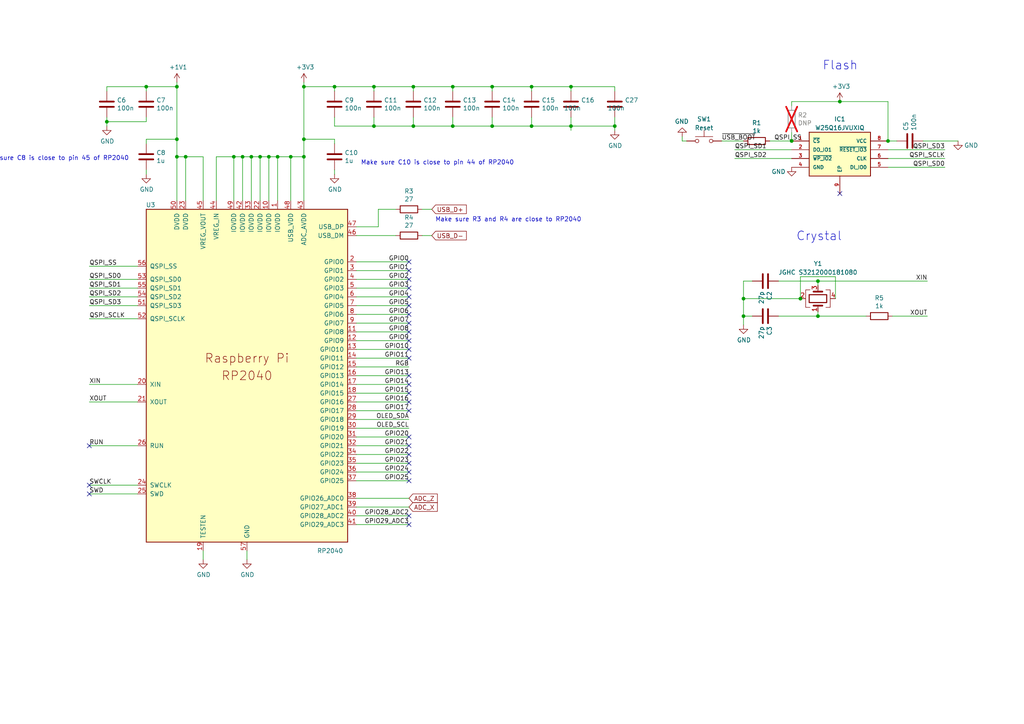
<source format=kicad_sch>
(kicad_sch (version 20230121) (generator eeschema)
  (paper "A4")
  (lib_symbols
    (symbol "Device:C" (pin_numbers hide) (pin_names (offset 0.254))
      (property "Reference" "C" (at 0.635 2.54 0))
      (property "Value" "C" (at 0.635 -2.54 0))
      (symbol "C_0_1"
        (polyline (pts (xy -2.032 -0.762) (xy 2.032 -0.762)) (stroke (width 0.508)))
        (polyline (pts (xy -2.032 0.762) (xy 2.032 0.762)) (stroke (width 0.508)))
      )
      (symbol "C_1_1"
        (pin passive line (at 0 3.81 270) (length 2.794) (name "~") (number "1"))
        (pin passive line (at 0 -3.81 90) (length 2.794) (name "~") (number "2"))
      )
    )
    (symbol "Device:Crystal_GND24" (pin_names (offset 1.016) hide)
      (property "Reference" "Y" (at 3.175 5.08 0))
      (property "Value" "Crystal_GND24" (at 3.175 3.175 0))
      (symbol "Crystal_GND24_0_1"
        (rectangle (start -1.143 2.54) (end 1.143 -2.54) (stroke (width 0.3048)))
        (polyline (pts (xy -2.54 0) (xy -2.032 0)))
        (polyline (pts (xy -2.032 -1.27) (xy -2.032 1.27)) (stroke (width 0.508)))
        (polyline (pts (xy 0 -3.81) (xy 0 -3.556)))
        (polyline (pts (xy 0 3.556) (xy 0 3.81)))
        (polyline (pts (xy 2.032 -1.27) (xy 2.032 1.27)) (stroke (width 0.508)))
        (polyline (pts (xy 2.032 0) (xy 2.54 0)))
        (polyline (pts (xy -2.54 -2.286) (xy -2.54 -3.556) (xy 2.54 -3.556) (xy 2.54 -2.286)))
        (polyline (pts (xy -2.54 2.286) (xy -2.54 3.556) (xy 2.54 3.556) (xy 2.54 2.286)))
      )
      (symbol "Crystal_GND24_1_1"
        (pin passive line (at -3.81 0 0) (length 1.27) (name "1") (number "1"))
        (pin passive line (at 0 5.08 270) (length 1.27) (name "2") (number "2"))
        (pin passive line (at 3.81 0 180) (length 1.27) (name "3") (number "3"))
        (pin passive line (at 0 -5.08 90) (length 1.27) (name "4") (number "4"))
      )
    )
    (symbol "Device:R" (pin_numbers hide) (pin_names (offset 0))
      (property "Reference" "R" (at 2.032 0 90))
      (property "Value" "R" (at 0 0 90))
      (symbol "R_0_1"
        (rectangle (start -1.016 -2.54) (end 1.016 2.54) (stroke (width 0.254)))
      )
      (symbol "R_1_1"
        (pin passive line (at 0 3.81 270) (length 1.27) (name "~") (number "1"))
        (pin passive line (at 0 -3.81 90) (length 1.27) (name "~") (number "2"))
      )
    )
    (symbol "MCU_RaspberryPi_RP2040:RP2040" (pin_names (offset 1.016))
      (property "Reference" "U" (at -29.21 49.53 0))
      (property "Value" "RP2040" (at 24.13 -49.53 0))
      (symbol "RP2040_0_0"
        (text "Raspberry Pi" (at 0 5.08 0) (effects (font (size 2.54 2.54))))
        (text "RP2040" (at 0 0 0) (effects (font (size 2.54 2.54))))
      )
      (symbol "RP2040_0_1"
        (rectangle (start 29.21 48.26) (end -29.21 -48.26) (stroke (width 0.254)) (fill (type background)))
      )
      (symbol "RP2040_1_1"
        (pin power_in line (at 8.89 50.8 270) (length 2.54) (name "IOVDD") (number "1"))
        (pin power_in line (at 6.35 50.8 270) (length 2.54) (name "IOVDD") (number "10"))
        (pin bidirectional line (at 31.75 12.7 180) (length 2.54) (name "GPIO8") (number "11"))
        (pin bidirectional line (at 31.75 10.16 180) (length 2.54) (name "GPIO9") (number "12"))
        (pin bidirectional line (at 31.75 7.62 180) (length 2.54) (name "GPIO10") (number "13"))
        (pin bidirectional line (at 31.75 5.08 180) (length 2.54) (name "GPIO11") (number "14"))
        (pin bidirectional line (at 31.75 2.54 180) (length 2.54) (name "GPIO12") (number "15"))
        (pin bidirectional line (at 31.75 0 180) (length 2.54) (name "GPIO13") (number "16"))
        (pin bidirectional line (at 31.75 -2.54 180) (length 2.54) (name "GPIO14") (number "17"))
        (pin bidirectional line (at 31.75 -5.08 180) (length 2.54) (name "GPIO15") (number "18"))
        (pin passive line (at -12.7 -50.8 90) (length 2.54) (name "TESTEN") (number "19"))
        (pin bidirectional line (at 31.75 33.02 180) (length 2.54) (name "GPIO0") (number "2"))
        (pin input line (at -31.75 -2.54 0) (length 2.54) (name "XIN") (number "20"))
        (pin passive line (at -31.75 -7.62 0) (length 2.54) (name "XOUT") (number "21"))
        (pin power_in line (at 3.81 50.8 270) (length 2.54) (name "IOVDD") (number "22"))
        (pin power_in line (at -17.78 50.8 270) (length 2.54) (name "DVDD") (number "23"))
        (pin output line (at -31.75 -31.75 0) (length 2.54) (name "SWCLK") (number "24"))
        (pin bidirectional line (at -31.75 -34.29 0) (length 2.54) (name "SWD") (number "25"))
        (pin input line (at -31.75 -20.32 0) (length 2.54) (name "RUN") (number "26"))
        (pin bidirectional line (at 31.75 -7.62 180) (length 2.54) (name "GPIO16") (number "27"))
        (pin bidirectional line (at 31.75 -10.16 180) (length 2.54) (name "GPIO17") (number "28"))
        (pin bidirectional line (at 31.75 -12.7 180) (length 2.54) (name "GPIO18") (number "29"))
        (pin bidirectional line (at 31.75 30.48 180) (length 2.54) (name "GPIO1") (number "3"))
        (pin bidirectional line (at 31.75 -15.24 180) (length 2.54) (name "GPIO19") (number "30"))
        (pin bidirectional line (at 31.75 -17.78 180) (length 2.54) (name "GPIO20") (number "31"))
        (pin bidirectional line (at 31.75 -20.32 180) (length 2.54) (name "GPIO21") (number "32"))
        (pin power_in line (at 1.27 50.8 270) (length 2.54) (name "IOVDD") (number "33"))
        (pin bidirectional line (at 31.75 -22.86 180) (length 2.54) (name "GPIO22") (number "34"))
        (pin bidirectional line (at 31.75 -25.4 180) (length 2.54) (name "GPIO23") (number "35"))
        (pin bidirectional line (at 31.75 -27.94 180) (length 2.54) (name "GPIO24") (number "36"))
        (pin bidirectional line (at 31.75 -30.48 180) (length 2.54) (name "GPIO25") (number "37"))
        (pin bidirectional line (at 31.75 -35.56 180) (length 2.54) (name "GPIO26_ADC0") (number "38"))
        (pin bidirectional line (at 31.75 -38.1 180) (length 2.54) (name "GPIO27_ADC1") (number "39"))
        (pin bidirectional line (at 31.75 27.94 180) (length 2.54) (name "GPIO2") (number "4"))
        (pin bidirectional line (at 31.75 -40.64 180) (length 2.54) (name "GPIO28_ADC2") (number "40"))
        (pin bidirectional line (at 31.75 -43.18 180) (length 2.54) (name "GPIO29_ADC3") (number "41"))
        (pin power_in line (at -1.27 50.8 270) (length 2.54) (name "IOVDD") (number "42"))
        (pin power_in line (at 16.51 50.8 270) (length 2.54) (name "ADC_AVDD") (number "43"))
        (pin power_in line (at -8.89 50.8 270) (length 2.54) (name "VREG_IN") (number "44"))
        (pin power_out line (at -12.7 50.8 270) (length 2.54) (name "VREG_VOUT") (number "45"))
        (pin bidirectional line (at 31.75 40.64 180) (length 2.54) (name "USB_DM") (number "46"))
        (pin bidirectional line (at 31.75 43.18 180) (length 2.54) (name "USB_DP") (number "47"))
        (pin power_in line (at 12.7 50.8 270) (length 2.54) (name "USB_VDD") (number "48"))
        (pin power_in line (at -3.81 50.8 270) (length 2.54) (name "IOVDD") (number "49"))
        (pin bidirectional line (at 31.75 25.4 180) (length 2.54) (name "GPIO3") (number "5"))
        (pin power_in line (at -20.32 50.8 270) (length 2.54) (name "DVDD") (number "50"))
        (pin bidirectional line (at -31.75 20.32 0) (length 2.54) (name "QSPI_SD3") (number "51"))
        (pin output line (at -31.75 16.51 0) (length 2.54) (name "QSPI_SCLK") (number "52"))
        (pin bidirectional line (at -31.75 27.94 0) (length 2.54) (name "QSPI_SD0") (number "53"))
        (pin bidirectional line (at -31.75 22.86 0) (length 2.54) (name "QSPI_SD2") (number "54"))
        (pin bidirectional line (at -31.75 25.4 0) (length 2.54) (name "QSPI_SD1") (number "55"))
        (pin bidirectional line (at -31.75 31.75 0) (length 2.54) (name "QSPI_SS") (number "56"))
        (pin power_in line (at 0 -50.8 90) (length 2.54) (name "GND") (number "57"))
        (pin bidirectional line (at 31.75 22.86 180) (length 2.54) (name "GPIO4") (number "6"))
        (pin bidirectional line (at 31.75 20.32 180) (length 2.54) (name "GPIO5") (number "7"))
        (pin bidirectional line (at 31.75 17.78 180) (length 2.54) (name "GPIO6") (number "8"))
        (pin bidirectional line (at 31.75 15.24 180) (length 2.54) (name "GPIO7") (number "9"))
      )
    )
    (symbol "Switch:SW_Push" (pin_numbers hide) (pin_names (offset 1.016) hide)
      (property "Reference" "SW" (at 1.27 2.54 0))
      (property "Value" "SW_Push" (at 0 -1.524 0))
      (symbol "SW_Push_0_1"
        (circle (center -2.032 0) (radius 0.508))
        (polyline (pts (xy 0 1.27) (xy 0 3.048)))
        (polyline (pts (xy 2.54 1.27) (xy -2.54 1.27)))
        (circle (center 2.032 0) (radius 0.508))
        (pin passive line (at -5.08 0 0) (length 2.54) (name "1") (number "1"))
        (pin passive line (at 5.08 0 180) (length 2.54) (name "2") (number "2"))
      )
    )
    (symbol "W25Q16JVUXIQ:W25Q16JVUXIQ" (pin_names (offset 1.016))
      (property "Reference" "IC1" (at 27.94 6.35 0))
      (property "Value" "W25Q16JVUXIQ" (at 27.94 3.81 0))
      (symbol "W25Q16JVUXIQ_0_0"
        (rectangle (start 19.05 2.54) (end 36.83 -10.16) (stroke (width 0.254)) (fill (type background)))
        (pin bidirectional line (at 13.97 0 0) (length 5.08) (name "~{CS}") (number "1"))
        (pin bidirectional line (at 13.97 -7.62 0) (length 5.08) (name "GND") (number "4"))
        (pin bidirectional line (at 41.91 -5.08 180) (length 5.08) (name "CLK") (number "6"))
        (pin bidirectional line (at 41.91 0 180) (length 5.08) (name "VCC") (number "8"))
        (pin bidirectional line (at 27.94 -15.24 90) (length 5.08) (name "EP") (number "9"))
      )
      (symbol "W25Q16JVUXIQ_1_0"
        (pin bidirectional line (at 13.97 -2.54 0) (length 5.08) (name "DO_IO1") (number "2"))
        (pin bidirectional line (at 13.97 -5.08 0) (length 5.08) (name "~{WP_IO2}") (number "3"))
        (pin bidirectional line (at 41.91 -7.62 180) (length 5.08) (name "DI_IO0") (number "5"))
        (pin bidirectional line (at 41.91 -2.54 180) (length 5.08) (name "~{RESET_IO3}") (number "7"))
      )
    )
    (symbol "power:+1V1" (power) (pin_names (offset 0))
      (property "Value" "+1V1" (at 0 3.556 0))
      (symbol "+1V1_0_1"
        (polyline (pts (xy -0.762 1.27) (xy 0 2.54)))
        (polyline (pts (xy 0 0) (xy 0 2.54)))
        (polyline (pts (xy 0 2.54) (xy 0.762 1.27)))
      )
      (symbol "+1V1_1_1"
        (pin power_in line (at 0 0 90) (length 0) hide (name "+1V1") (number "1"))
      )
    )
    (symbol "power:+3V3" (power) (pin_names (offset 0))
      (property "Value" "+3V3" (at 0 3.556 0))
      (symbol "+3V3_0_1"
        (polyline (pts (xy -0.762 1.27) (xy 0 2.54)))
        (polyline (pts (xy 0 0) (xy 0 2.54)))
        (polyline (pts (xy 0 2.54) (xy 0.762 1.27)))
      )
      (symbol "+3V3_1_1"
        (pin power_in line (at 0 0 90) (length 0) hide (name "+3V3") (number "1"))
      )
    )
    (symbol "power:GND" (power) (pin_names (offset 0))
      (property "Value" "GND" (at 0 -3.81 0))
      (symbol "GND_0_1"
        (polyline (pts (xy 0 0) (xy 0 -1.27) (xy 1.27 -1.27) (xy 0 -2.54) (xy -1.27 -1.27) (xy 0 -1.27)))
      )
      (symbol "GND_1_1"
        (pin power_in line (at 0 0 270) (length 0) hide (name "GND") (number "1"))
      )
    )
  )
  (junction (at 178.308 36.576))
  (junction (at 88.138 40.386))
  (junction (at 119.888 25.146))
  (junction (at 84.328 45.466))
  (junction (at 42.418 25.146))
  (junction (at 67.818 45.466))
  (junction (at 51.308 45.466))
  (junction (at 257.556 40.894))
  (junction (at 142.748 36.576))
  (junction (at 229.616 40.894))
  (junction (at 237.236 81.534))
  (junction (at 165.608 25.146))
  (junction (at 51.308 25.146))
  (junction (at 215.646 86.614))
  (junction (at 77.978 45.466))
  (junction (at 72.898 45.466))
  (junction (at 243.586 29.464))
  (junction (at 142.748 25.146))
  (junction (at 80.518 45.466))
  (junction (at 215.646 91.694))
  (junction (at 88.138 25.146))
  (junction (at 108.458 25.146))
  (junction (at 53.848 45.466))
  (junction (at 165.608 36.576))
  (junction (at 131.318 36.576))
  (junction (at 154.178 25.146))
  (junction (at 232.156 86.614))
  (junction (at 75.438 45.466))
  (junction (at 131.318 25.146))
  (junction (at 88.138 45.466))
  (junction (at 237.236 91.694))
  (junction (at 108.458 36.576))
  (junction (at 119.888 36.576))
  (junction (at 97.028 25.146))
  (junction (at 70.358 45.466))
  (junction (at 51.308 40.386))
  (junction (at 154.178 36.576))
  (junction (at 30.988 35.306))
  (no_connect (at 118.618 78.486))
  (no_connect (at 118.618 83.566))
  (no_connect (at 118.618 152.146))
  (no_connect (at 118.618 96.266))
  (no_connect (at 118.618 81.026))
  (no_connect (at 118.618 86.106))
  (no_connect (at 118.618 108.966))
  (no_connect (at 118.618 91.186))
  (no_connect (at 118.618 136.906))
  (no_connect (at 118.618 116.586))
  (no_connect (at 118.618 126.746))
  (no_connect (at 118.618 129.286))
  (no_connect (at 118.618 103.886))
  (no_connect (at 118.618 93.726))
  (no_connect (at 25.908 129.286))
  (no_connect (at 118.618 149.606))
  (no_connect (at 243.586 56.134))
  (no_connect (at 118.618 101.346))
  (no_connect (at 118.618 119.126))
  (no_connect (at 118.618 111.506))
  (no_connect (at 118.618 131.826))
  (no_connect (at 25.908 140.716))
  (no_connect (at 118.618 98.806))
  (no_connect (at 25.908 143.256))
  (no_connect (at 118.618 139.446))
  (no_connect (at 118.618 75.946))
  (no_connect (at 118.618 134.366))
  (no_connect (at 118.618 114.046))
  (no_connect (at 118.618 88.646))
  (wire (pts (xy 215.646 86.614) (xy 215.646 91.694)))
  (wire (pts (xy 154.178 26.416) (xy 154.178 25.146)))
  (wire (pts (xy 103.378 134.366) (xy 118.618 134.366)))
  (wire (pts (xy 103.378 83.566) (xy 118.618 83.566)))
  (wire (pts (xy 229.616 43.434) (xy 213.106 43.434)))
  (wire (pts (xy 103.378 81.026) (xy 118.618 81.026)))
  (wire (pts (xy 108.458 26.416) (xy 108.458 25.146)))
  (wire (pts (xy 215.646 91.694) (xy 215.646 94.234)))
  (wire (pts (xy 39.878 77.216) (xy 25.908 77.216)))
  (wire (pts (xy 51.308 25.146) (xy 51.308 40.386)))
  (wire (pts (xy 25.908 86.106) (xy 39.878 86.106)))
  (wire (pts (xy 165.608 26.416) (xy 165.608 25.146)))
  (wire (pts (xy 178.308 26.416) (xy 178.308 25.146)))
  (wire (pts (xy 80.518 45.466) (xy 84.328 45.466)))
  (wire (pts (xy 39.878 143.256) (xy 25.908 143.256)))
  (wire (pts (xy 88.138 25.146) (xy 88.138 40.386)))
  (wire (pts (xy 108.458 36.576) (xy 97.028 36.576)))
  (wire (pts (xy 103.378 131.826) (xy 118.618 131.826)))
  (wire (pts (xy 103.378 116.586) (xy 118.618 116.586)))
  (wire (pts (xy 199.136 40.894) (xy 197.866 40.894)))
  (wire (pts (xy 229.616 45.974) (xy 213.106 45.974)))
  (wire (pts (xy 257.556 48.514) (xy 274.066 48.514)))
  (wire (pts (xy 215.646 40.894) (xy 209.296 40.894)))
  (wire (pts (xy 97.028 41.656) (xy 97.028 40.386)))
  (wire (pts (xy 103.378 88.646) (xy 118.618 88.646)))
  (wire (pts (xy 118.618 144.526) (xy 103.378 144.526)))
  (wire (pts (xy 42.418 41.656) (xy 42.418 40.386)))
  (wire (pts (xy 97.028 25.146) (xy 108.458 25.146)))
  (wire (pts (xy 142.748 34.036) (xy 142.748 36.576)))
  (wire (pts (xy 131.318 34.036) (xy 131.318 36.576)))
  (wire (pts (xy 103.378 126.746) (xy 118.618 126.746)))
  (wire (pts (xy 242.316 86.614) (xy 242.316 80.264)))
  (wire (pts (xy 165.608 25.146) (xy 178.308 25.146)))
  (wire (pts (xy 237.236 90.424) (xy 237.236 91.694)))
  (wire (pts (xy 88.138 25.146) (xy 97.028 25.146)))
  (wire (pts (xy 103.378 129.286) (xy 118.618 129.286)))
  (wire (pts (xy 88.138 23.876) (xy 88.138 25.146)))
  (wire (pts (xy 103.378 75.946) (xy 118.618 75.946)))
  (wire (pts (xy 70.358 45.466) (xy 72.898 45.466)))
  (wire (pts (xy 215.646 81.534) (xy 215.646 86.614)))
  (wire (pts (xy 103.378 121.666) (xy 118.618 121.666)))
  (wire (pts (xy 131.318 36.576) (xy 119.888 36.576)))
  (wire (pts (xy 131.318 26.416) (xy 131.318 25.146)))
  (wire (pts (xy 165.608 36.576) (xy 178.308 36.576)))
  (wire (pts (xy 103.378 91.186) (xy 118.618 91.186)))
  (wire (pts (xy 42.418 40.386) (xy 51.308 40.386)))
  (wire (pts (xy 178.308 36.576) (xy 178.308 37.846)))
  (wire (pts (xy 58.928 58.166) (xy 58.928 45.466)))
  (wire (pts (xy 122.428 60.706) (xy 125.222 60.706)))
  (wire (pts (xy 62.738 45.466) (xy 67.818 45.466)))
  (wire (pts (xy 109.728 60.706) (xy 109.728 65.786)))
  (wire (pts (xy 103.378 139.446) (xy 118.618 139.446)))
  (wire (pts (xy 237.236 91.694) (xy 251.206 91.694)))
  (wire (pts (xy 223.266 40.894) (xy 229.616 40.894)))
  (wire (pts (xy 103.378 136.906) (xy 118.618 136.906)))
  (wire (pts (xy 42.418 49.276) (xy 42.418 50.546)))
  (wire (pts (xy 53.848 45.466) (xy 51.308 45.466)))
  (wire (pts (xy 103.378 93.726) (xy 118.618 93.726)))
  (wire (pts (xy 58.928 159.766) (xy 58.928 162.306)))
  (wire (pts (xy 142.748 25.146) (xy 154.178 25.146)))
  (wire (pts (xy 103.378 108.966) (xy 118.618 108.966)))
  (wire (pts (xy 42.418 25.146) (xy 51.308 25.146)))
  (wire (pts (xy 62.738 58.166) (xy 62.738 45.466)))
  (wire (pts (xy 218.186 81.534) (xy 215.646 81.534)))
  (wire (pts (xy 25.908 81.026) (xy 39.878 81.026)))
  (wire (pts (xy 88.138 45.466) (xy 88.138 58.166)))
  (wire (pts (xy 218.186 91.694) (xy 215.646 91.694)))
  (wire (pts (xy 70.358 58.166) (xy 70.358 45.466)))
  (wire (pts (xy 53.848 58.166) (xy 53.848 45.466)))
  (wire (pts (xy 165.608 36.576) (xy 165.608 37.846)))
  (wire (pts (xy 25.908 88.646) (xy 39.878 88.646)))
  (wire (pts (xy 131.318 25.146) (xy 142.748 25.146)))
  (wire (pts (xy 122.428 68.326) (xy 125.222 68.326)))
  (wire (pts (xy 103.378 68.326) (xy 114.808 68.326)))
  (wire (pts (xy 229.616 29.464) (xy 229.616 30.734)))
  (wire (pts (xy 88.138 40.386) (xy 97.028 40.386)))
  (wire (pts (xy 103.378 65.786) (xy 109.728 65.786)))
  (wire (pts (xy 229.616 38.354) (xy 229.616 40.894)))
  (wire (pts (xy 39.878 129.286) (xy 25.908 129.286)))
  (wire (pts (xy 97.028 34.036) (xy 97.028 36.576)))
  (wire (pts (xy 39.878 116.586) (xy 25.908 116.586)))
  (wire (pts (xy 108.458 25.146) (xy 119.888 25.146)))
  (wire (pts (xy 257.556 43.434) (xy 274.066 43.434)))
  (wire (pts (xy 84.328 45.466) (xy 88.138 45.466)))
  (wire (pts (xy 67.818 58.166) (xy 67.818 45.466)))
  (wire (pts (xy 225.806 91.694) (xy 237.236 91.694)))
  (wire (pts (xy 77.978 58.166) (xy 77.978 45.466)))
  (wire (pts (xy 30.988 26.416) (xy 30.988 25.146)))
  (wire (pts (xy 88.138 40.386) (xy 88.138 45.466)))
  (wire (pts (xy 103.378 86.106) (xy 118.618 86.106)))
  (wire (pts (xy 119.888 25.146) (xy 131.318 25.146)))
  (wire (pts (xy 97.028 49.276) (xy 97.028 50.546)))
  (wire (pts (xy 154.178 36.576) (xy 142.748 36.576)))
  (wire (pts (xy 39.878 92.456) (xy 25.908 92.456)))
  (wire (pts (xy 103.378 106.426) (xy 118.618 106.426)))
  (wire (pts (xy 154.178 25.146) (xy 165.608 25.146)))
  (wire (pts (xy 165.608 34.036) (xy 165.608 36.576)))
  (wire (pts (xy 39.878 140.716) (xy 25.908 140.716)))
  (wire (pts (xy 30.988 25.146) (xy 42.418 25.146)))
  (wire (pts (xy 75.438 45.466) (xy 77.978 45.466)))
  (wire (pts (xy 103.378 149.606) (xy 118.618 149.606)))
  (wire (pts (xy 103.378 101.346) (xy 118.618 101.346)))
  (wire (pts (xy 58.928 45.466) (xy 53.848 45.466)))
  (wire (pts (xy 103.378 114.046) (xy 118.618 114.046)))
  (wire (pts (xy 42.418 26.416) (xy 42.418 25.146)))
  (wire (pts (xy 103.378 152.146) (xy 118.618 152.146)))
  (wire (pts (xy 109.728 60.706) (xy 114.808 60.706)))
  (wire (pts (xy 229.616 29.464) (xy 243.586 29.464)))
  (wire (pts (xy 51.308 23.876) (xy 51.308 25.146)))
  (wire (pts (xy 142.748 36.576) (xy 131.318 36.576)))
  (wire (pts (xy 215.646 86.614) (xy 232.156 86.614)))
  (wire (pts (xy 71.628 159.766) (xy 71.628 162.306)))
  (wire (pts (xy 67.818 45.466) (xy 70.358 45.466)))
  (wire (pts (xy 97.028 26.416) (xy 97.028 25.146)))
  (wire (pts (xy 30.988 34.036) (xy 30.988 35.306)))
  (wire (pts (xy 25.908 83.566) (xy 39.878 83.566)))
  (wire (pts (xy 25.908 111.506) (xy 39.878 111.506)))
  (wire (pts (xy 274.066 45.974) (xy 257.556 45.974)))
  (wire (pts (xy 258.826 91.694) (xy 268.986 91.694)))
  (wire (pts (xy 232.156 80.264) (xy 232.156 86.614)))
  (wire (pts (xy 118.618 147.066) (xy 103.378 147.066)))
  (wire (pts (xy 119.888 36.576) (xy 108.458 36.576)))
  (wire (pts (xy 119.888 26.416) (xy 119.888 25.146)))
  (wire (pts (xy 225.806 81.534) (xy 237.236 81.534)))
  (wire (pts (xy 103.378 103.886) (xy 118.618 103.886)))
  (wire (pts (xy 178.308 34.036) (xy 178.308 36.576)))
  (wire (pts (xy 108.458 34.036) (xy 108.458 36.576)))
  (wire (pts (xy 42.418 35.306) (xy 42.418 34.036)))
  (wire (pts (xy 237.236 82.804) (xy 237.236 81.534)))
  (wire (pts (xy 260.096 40.894) (xy 257.556 40.894)))
  (wire (pts (xy 142.748 26.416) (xy 142.748 25.146)))
  (wire (pts (xy 80.518 45.466) (xy 80.518 58.166)))
  (wire (pts (xy 72.898 58.166) (xy 72.898 45.466)))
  (wire (pts (xy 77.978 45.466) (xy 80.518 45.466)))
  (wire (pts (xy 51.308 40.386) (xy 51.308 45.466)))
  (wire (pts (xy 257.556 29.464) (xy 257.556 40.894)))
  (wire (pts (xy 103.378 78.486) (xy 118.618 78.486)))
  (wire (pts (xy 119.888 34.036) (xy 119.888 36.576)))
  (wire (pts (xy 72.898 45.466) (xy 75.438 45.466)))
  (wire (pts (xy 103.378 119.126) (xy 118.618 119.126)))
  (wire (pts (xy 197.866 40.894) (xy 197.866 39.624)))
  (wire (pts (xy 154.178 36.576) (xy 165.608 36.576)))
  (wire (pts (xy 51.308 45.466) (xy 51.308 58.166)))
  (wire (pts (xy 103.378 124.206) (xy 118.618 124.206)))
  (wire (pts (xy 84.328 58.166) (xy 84.328 45.466)))
  (wire (pts (xy 103.378 96.266) (xy 118.618 96.266)))
  (wire (pts (xy 103.378 98.806) (xy 118.618 98.806)))
  (wire (pts (xy 277.876 40.894) (xy 267.716 40.894)))
  (wire (pts (xy 243.586 29.464) (xy 257.556 29.464)))
  (wire (pts (xy 30.988 35.306) (xy 42.418 35.306)))
  (wire (pts (xy 154.178 34.036) (xy 154.178 36.576)))
  (wire (pts (xy 30.988 35.306) (xy 30.988 36.576)))
  (wire (pts (xy 103.378 111.506) (xy 118.618 111.506)))
  (wire (pts (xy 242.316 80.264) (xy 232.156 80.264)))
  (wire (pts (xy 237.236 81.534) (xy 268.986 81.534)))
  (wire (pts (xy 75.438 58.166) (xy 75.438 45.466)))
  (text "Crystal" (at 230.886 70.104 0) (effects (font (size 2.54 2.54)) (justify left bottom)))
  (text "Make sure C10 is close to pin 44 of RP2040" (at 104.648 48.006 0) (effects (font (size 1.27 1.27)) (justify left bottom)))
  (text "Flash" (at 238.506 20.574 0) (effects (font (size 2.54 2.54)) (justify left bottom)))
  (text "Make sure C8 is close to pin 45 of RP2040" (at -5.842 46.736 0) (effects (font (size 1.27 1.27)) (justify left bottom)))
  (text "Make sure R3 and R4 are close to RP2040" (at 126.238 64.516 0) (effects (font (size 1.27 1.27)) (justify left bottom)))
  (label "QSPI_SD0" (at 274.066 48.514 180))
  (label "GPIO2" (at 118.618 81.026 180))
  (label "RUN" (at 25.908 129.286 0))
  (label "OLED_SCL" (at 118.618 124.206 180))
  (label "SWD" (at 25.908 143.256 0))
  (label "QSPI_SS" (at 25.908 77.216 0))
  (label "GPIO5" (at 118.618 88.646 180))
  (label "OLED_SDA" (at 118.618 121.666 180))
  (label "XIN" (at 25.908 111.506 0))
  (label "GPIO10" (at 118.618 101.346 180))
  (label "QSPI_SCLK" (at 25.908 92.456 0))
  (label "QSPI_SD1" (at 213.106 43.434 0))
  (label "GPIO13" (at 118.618 108.966 180))
  (label "GPIO15" (at 118.618 114.046 180))
  (label "GPIO1" (at 118.618 78.486 180))
  (label "GPIO24" (at 118.618 136.906 180))
  (label "QSPI_SCLK" (at 274.066 45.974 180))
  (label "GPIO11" (at 118.618 103.886 180))
  (label "GPIO4" (at 118.618 86.106 180))
  (label "~{USB_BOOT}" (at 209.296 40.894 0))
  (label "SWCLK" (at 25.908 140.716 0))
  (label "GPIO23" (at 118.618 134.366 180))
  (label "GPIO16" (at 118.618 116.586 180))
  (label "GPIO9" (at 118.618 98.806 180))
  (label "GPIO6" (at 118.618 91.186 180))
  (label "GPIO22" (at 118.618 131.826 180))
  (label "QSPI_SD0" (at 25.908 81.026 0))
  (label "GPIO3" (at 118.618 83.566 180))
  (label "XIN" (at 268.986 81.534 180))
  (label "GPIO8" (at 118.618 96.266 180))
  (label "RGB" (at 118.618 106.426 180))
  (label "QSPI_SS" (at 224.536 40.894 0))
  (label "QSPI_SD1" (at 25.908 83.566 0))
  (label "QSPI_SD2" (at 25.908 86.106 0))
  (label "GPIO0" (at 118.618 75.946 180))
  (label "GPIO17" (at 118.618 119.126 180))
  (label "GPIO20" (at 118.618 126.746 180))
  (label "QSPI_SD3" (at 274.066 43.434 180))
  (label "QSPI_SD2" (at 213.106 45.974 0))
  (label "GPIO28_ADC2" (at 118.618 149.606 180))
  (label "QSPI_SD3" (at 25.908 88.646 0))
  (label "GPIO21" (at 118.618 129.286 180))
  (label "XOUT" (at 25.908 116.586 0))
  (label "GPIO29_ADC3" (at 118.618 152.146 180))
  (label "XOUT" (at 268.986 91.694 180))
  (label "GPIO7" (at 118.618 93.726 180))
  (label "GPIO25" (at 118.618 139.446 180))
  (label "GPIO14" (at 118.618 111.506 180))
  (global_label "USB_D+" (shape input) (at 125.222 60.706 0) (property "Intersheetrefs" "${INTERSHEET_REFS}" (effects hide)))
  (global_label "ADC_Z" (shape input) (at 118.618 144.526 0) (property "Intersheetrefs" "${INTERSHEET_REFS}" (effects hide)))
  (global_label "USB_D-" (shape input) (at 125.222 68.326 0) (property "Intersheetrefs" "${INTERSHEET_REFS}" (effects hide)))
  (global_label "ADC_X" (shape input) (at 118.618 147.066 0) (property "Intersheetrefs" "${INTERSHEET_REFS}" (effects hide)))
  (symbol (lib_id "Device:R") (at 219.456 40.894 270) (unit 1)
    (property "Reference" "R1" (at 219.456 35.6362 90))
    (property "Value" "1k" (at 219.456 37.9476 90))
    (property "Footprint" "Resistor_SMD:R_0402_1005Metric" (effects hide))
    (property "Datasheet" "https://datasheet.lcsc.com/lcsc/2205311845_UNI-ROYAL-Uniroyal-Elec-0402WGJ0102TCE_C25543.pdf" (effects hide))
    (property "LCSC Part" "C25543" (effects hide))
    (property "LCSC" "C25543" (effects hide))
    (instances (project "MoonPad" (path "" (reference "R1") (unit 1))) (project "rescuetruck" (path "" (reference "R10") (unit 1))))
  )
  (symbol (lib_id "Switch:SW_Push") (at 204.216 40.894 0) (unit 1)
    (property "Reference" "SW1" (at 204.216 34.544 0))
    (property "Value" "Reset" (at 204.216 37.084 0))
    (property "Footprint" "Button_Switch_SMD:SW_SPST_TL3342" (effects hide))
    (property "Datasheet" "https://datasheet.lcsc.com/lcsc/1811051111_ALPSALPINE-SKQGABE010_C115351.pdf" (effects hide))
    (property "LCSC Part" "C115351" (effects hide))
    (property "LCSC" "C115351" (effects hide))
    (instances (project "MoonPad" (path "" (reference "SW1") (unit 1))) (project "rescuetruck" (path "" (reference "SW2") (unit 1))))
  )
  (symbol (lib_id "power:+3V3") (at 88.138 23.876 0) (unit 1)
    (property "Reference" "#PWR017" (effects hide))
    (property "Value" "+3V3" (at 88.519 19.4818 0))
    (instances (project "MoonPad" (path "" (reference "#PWR017") (unit 1))) (project "rescuetruck" (path "" (reference "#PWR02") (unit 1))))
  )
  (symbol (lib_id "power:GND") (at 229.616 48.514 0) (unit 1)
    (property "Reference" "#PWR08" (effects hide))
    (property "Value" "GND" (at 225.806 49.784 0))
    (instances (project "MoonPad" (path "" (reference "#PWR08") (unit 1))) (project "rescuetruck" (path "" (reference "#PWR013") (unit 1))))
  )
  (symbol (lib_id "power:+1V1") (at 51.308 23.876 0) (unit 1)
    (property "Reference" "#PWR014" (effects hide))
    (property "Value" "+1V1" (at 51.689 19.4818 0))
    (instances (project "MoonPad" (path "" (reference "#PWR014") (unit 1))) (project "rescuetruck" (path "" (reference "#PWR01") (unit 1))))
  )
  (symbol (lib_id "Device:R") (at 118.618 68.326 270) (unit 1)
    (property "Reference" "R4" (at 118.618 63.0682 90))
    (property "Value" "27" (at 118.618 65.3796 90))
    (property "Footprint" "Resistor_SMD:R_0402_1005Metric" (effects hide))
    (property "Datasheet" "https://datasheet.lcsc.com/lcsc/2205311900_UNI-ROYAL-Uniroyal-Elec-0402WGF270JTCE_C25100.pdf" (effects hide))
    (property "LCSC Part" "C25100" (effects hide))
    (property "LCSC" "C25100" (effects hide))
    (instances (project "MoonPad" (path "" (reference "R4") (unit 1))) (project "rescuetruck" (path "" (reference "R8") (unit 1))))
  )
  (symbol (lib_id "power:GND") (at 71.628 162.306 0) (unit 1)
    (property "Reference" "#PWR016" (effects hide))
    (property "Value" "GND" (at 71.755 166.7002 0))
    (instances (project "MoonPad" (path "" (reference "#PWR016") (unit 1))) (project "rescuetruck" (path "" (reference "#PWR09") (unit 1))))
  )
  (symbol (lib_id "Device:C") (at 97.028 30.226 0) (unit 1)
    (property "Reference" "C9" (at 99.949 29.0576 0) (effects (justify left)))
    (property "Value" "100n" (at 99.949 31.369 0) (effects (justify left)))
    (property "Footprint" "Capacitor_SMD:C_0402_1005Metric" (effects hide))
    (property "LCSC" "C1525" (effects hide))
    (instances (project "MoonPad" (path "" (reference "C9") (unit 1))) (project "rescuetruck" (path "" (reference "C12") (unit 1))))
  )
  (symbol (lib_id "W25Q16JVUXIQ:W25Q16JVUXIQ") (at 215.646 40.894 0) (unit 1)
    (property "Reference" "IC1" (at 243.586 34.544 0))
    (property "Value" "W25Q16JVUXIQ" (at 243.586 37.084 0))
    (property "Footprint" "Moonpad:SON50P300X200X60-9N" (effects hide))
    (property "Datasheet" "https://datasheet.lcsc.com/lcsc/2205122030_Winbond-Elec-W25Q16JVUXIQ_C2843335.pdf" (effects hide))
    (property "MANUFACTURER_NAME" "Winbond" (effects hide))
    (property "HEIGHT" "0.6mm" (effects hide))
    (property "DESCRIPTION" "SPIFLASH, 3V, 16M-BIT, 4KB UNIFO" (effects hide))
    (property "MANUFACTURER_PART_NUMBER" "W25Q16JVUXIQ" (effects hide))
    (property "LCSC Part" "C2843335" (effects hide))
    (property "LCSC" "C2843335" (effects hide))
  )
  (symbol (lib_id "MCU_RaspberryPi_RP2040:RP2040") (at 71.628 108.966 0) (unit 1)
    (property "Reference" "U3" (at 43.688 59.436 0))
    (property "Value" "RP2040" (at 95.758 159.766 0))
    (property "Footprint" "Moonpad:RP2040-QFN-56" (effects hide))
    (property "Datasheet" "https://datasheet.lcsc.com/lcsc/2201101600_Raspberry-Pi-RP2040_C2040.pdf" (effects hide))
    (property "LCSC Part" "C2040" (effects hide))
    (property "LCSC" "C2040" (effects hide))
  )
  (symbol (lib_id "power:GND") (at 277.876 40.894 0) (unit 1)
    (property "Reference" "#PWR011" (effects hide))
    (property "Value" "GND" (at 281.686 42.164 0))
    (instances (project "MoonPad" (path "" (reference "#PWR011") (unit 1))) (project "rescuetruck" (path "" (reference "#PWR012") (unit 1))))
  )
  (symbol (lib_id "Device:R") (at 255.016 91.694 270) (unit 1)
    (property "Reference" "R5" (at 255.016 86.4362 90))
    (property "Value" "1k" (at 255.016 88.7476 90))
    (property "Footprint" "Resistor_SMD:R_0402_1005Metric" (effects hide))
    (property "Datasheet" "https://datasheet.lcsc.com/lcsc/2205311845_UNI-ROYAL-Uniroyal-Elec-0402WGJ0102TCE_C25543.pdf" (effects hide))
    (property "LCSC Part" "C25543" (effects hide))
    (property "LCSC" "C25543" (effects hide))
    (instances (project "MoonPad" (path "" (reference "R5") (unit 1))) (project "rescuetruck" (path "" (reference "R11") (unit 1))))
  )
  (symbol (lib_id "Device:R") (at 229.616 34.544 0) (unit 1) (dnp yes)
    (property "Reference" "R2" (at 231.394 33.3756 0) (effects (justify left)))
    (property "Value" "DNP" (at 231.394 35.687 0) (effects (justify left)))
    (property "Footprint" "Capacitor_SMD:C_0402_1005Metric" (effects hide))
    (property "LCSC" "C25905" (effects hide))
    (instances (project "RP2040_minimal" (path "" (reference "R2") (unit 1))) (project "MoonPad" (path "" (reference "R9") (unit 1))) (project "rescuetruck" (path "" (reference "R9") (unit 1))))
  )
  (symbol (lib_id "Device:C") (at 221.996 91.694 270) (unit 1)
    (property "Reference" "C3" (at 223.1644 94.615 0) (effects (justify left)))
    (property "Value" "27p" (at 220.853 94.615 0) (effects (justify left)))
    (property "Footprint" "Capacitor_SMD:C_0402_1005Metric" (effects hide))
    (property "LCSC" "C86287" (effects hide))
    (instances (project "MoonPad" (path "" (reference "C3") (unit 1))) (project "rescuetruck" (path "" (reference "C24") (unit 1))))
  )
  (symbol (lib_id "Device:C") (at 154.178 30.226 0) (unit 1)
    (property "Reference" "C15" (at 157.099 29.0576 0) (effects (justify left)))
    (property "Value" "100n" (at 157.099 31.369 0) (effects (justify left)))
    (property "Footprint" "Capacitor_SMD:C_0402_1005Metric" (effects hide))
    (property "LCSC" "C1525" (effects hide))
    (instances (project "MoonPad" (path "" (reference "C15") (unit 1))) (project "rescuetruck" (path "" (reference "C17") (unit 1))))
  )
  (symbol (lib_id "power:GND") (at 42.418 50.546 0) (unit 1)
    (property "Reference" "#PWR013" (effects hide))
    (property "Value" "GND" (at 42.545 54.9402 0))
    (instances (project "MoonPad" (path "" (reference "#PWR013") (unit 1))) (project "rescuetruck" (path "" (reference "#PWR05") (unit 1))))
  )
  (symbol (lib_id "power:GND") (at 197.866 39.624 180) (unit 1)
    (property "Reference" "#PWR02" (effects hide))
    (property "Value" "GND" (at 197.739 35.2298 0))
    (instances (project "MoonPad" (path "" (reference "#PWR02") (unit 1))) (project "rescuetruck" (path "" (reference "#PWR011") (unit 1))))
  )
  (symbol (lib_id "Device:C") (at 263.906 40.894 90) (unit 1)
    (property "Reference" "C5" (at 262.7376 37.973 0) (effects (justify left)))
    (property "Value" "100n" (at 265.049 37.973 0) (effects (justify left)))
    (property "Footprint" "Capacitor_SMD:C_0402_1005Metric" (effects hide))
    (property "LCSC" "C1525" (effects hide))
    (instances (project "MoonPad" (path "" (reference "C5") (unit 1))) (project "rescuetruck" (path "" (reference "C22") (unit 1))))
  )
  (symbol (lib_id "Device:C") (at 142.748 30.226 0) (unit 1)
    (property "Reference" "C14" (at 145.669 29.0576 0) (effects (justify left)))
    (property "Value" "100n" (at 145.669 31.369 0) (effects (justify left)))
    (property "Footprint" "Capacitor_SMD:C_0402_1005Metric" (effects hide))
    (property "LCSC" "C1525" (effects hide))
    (instances (project "MoonPad" (path "" (reference "C14") (unit 1))) (project "rescuetruck" (path "" (reference "C16") (unit 1))))
  )
  (symbol (lib_id "Device:R") (at 118.618 60.706 270) (unit 1)
    (property "Reference" "R3" (at 118.618 55.4482 90))
    (property "Value" "27" (at 118.618 57.7596 90))
    (property "Footprint" "Resistor_SMD:R_0402_1005Metric" (effects hide))
    (property "Datasheet" "https://datasheet.lcsc.com/lcsc/2205311900_UNI-ROYAL-Uniroyal-Elec-0402WGF270JTCE_C25100.pdf" (effects hide))
    (property "LCSC Part" "C25100" (effects hide))
    (property "LCSC" "C25100" (effects hide))
    (instances (project "MoonPad" (path "" (reference "R3") (unit 1))) (project "rescuetruck" (path "" (reference "R7") (unit 1))))
  )
  (symbol (lib_id "power:GND") (at 30.988 36.576 0) (unit 1)
    (property "Reference" "#PWR012" (effects hide))
    (property "Value" "GND" (at 31.115 40.9702 0))
    (instances (project "MoonPad" (path "" (reference "#PWR012") (unit 1))) (project "rescuetruck" (path "" (reference "#PWR03") (unit 1))))
  )
  (symbol (lib_id "Device:C") (at 221.996 81.534 270) (unit 1)
    (property "Reference" "C2" (at 223.1644 84.455 0) (effects (justify left)))
    (property "Value" "27p" (at 220.853 84.455 0) (effects (justify left)))
    (property "Footprint" "Capacitor_SMD:C_0402_1005Metric" (effects hide))
    (property "LCSC" "C86287" (effects hide))
    (instances (project "MoonPad" (path "" (reference "C2") (unit 1))) (project "rescuetruck" (path "" (reference "C23") (unit 1))))
  )
  (symbol (lib_id "power:GND") (at 178.308 37.846 0) (unit 1)
    (property "Reference" "#PWR050" (effects hide))
    (property "Value" "GND" (at 178.435 42.2402 0))
    (instances (project "MoonPad" (path "" (reference "#PWR050") (unit 1))) (project "rescuetruck" (path "" (reference "#PWR04") (unit 1))))
  )
  (symbol (lib_id "Device:C") (at 42.418 30.226 0) (unit 1)
    (property "Reference" "C7" (at 45.339 29.0576 0) (effects (justify left)))
    (property "Value" "100n" (at 45.339 31.369 0) (effects (justify left)))
    (property "Footprint" "Capacitor_SMD:C_0402_1005Metric" (effects hide))
    (property "LCSC" "C1525" (effects hide))
    (instances (project "MoonPad" (path "" (reference "C7") (unit 1))) (project "rescuetruck" (path "" (reference "C11") (unit 1))))
  )
  (symbol (lib_id "Device:Crystal_GND24") (at 237.236 86.614 90) (unit 1)
    (property "Reference" "Y1" (at 237.236 76.454 90))
    (property "Value" "JGHC S3212000181080" (at 237.236 78.994 90))
    (property "Footprint" "Crystal:Crystal_SMD_3225-4Pin_3.2x2.5mm" (effects hide))
    (property "Datasheet" "https://datasheet.lcsc.com/lcsc/1912111437_JGHC-S3212000181080_C390764.pdf" (effects hide))
    (property "LCSC Part" "C390764" (effects hide))
    (property "LCSC" "C390764" (effects hide))
    (instances (project "MoonPad" (path "" (reference "Y1") (unit 1))) (project "rescuetruck" (path "" (reference "Y2") (unit 1))))
  )
  (symbol (lib_id "power:+3V3") (at 243.586 29.464 0) (unit 1)
    (property "Reference" "#PWR07" (effects hide))
    (property "Value" "+3V3" (at 243.967 25.0698 0))
    (instances (project "MoonPad" (path "" (reference "#PWR07") (unit 1))) (project "rescuetruck" (path "" (reference "#PWR010") (unit 1))))
  )
  (symbol (lib_id "Device:C") (at 30.988 30.226 0) (unit 1)
    (property "Reference" "C6" (at 33.909 29.0576 0) (effects (justify left)))
    (property "Value" "100n" (at 33.909 31.369 0) (effects (justify left)))
    (property "Footprint" "Capacitor_SMD:C_0402_1005Metric" (effects hide))
    (property "LCSC" "C1525" (effects hide))
    (instances (project "MoonPad" (path "" (reference "C6") (unit 1))) (project "rescuetruck" (path "" (reference "C10") (unit 1))))
  )
  (symbol (lib_id "Device:C") (at 97.028 45.466 0) (unit 1)
    (property "Reference" "C10" (at 99.949 44.2976 0) (effects (justify left)))
    (property "Value" "1u" (at 99.949 46.609 0) (effects (justify left)))
    (property "Footprint" "Capacitor_SMD:C_0402_1005Metric" (effects hide))
    (property "LCSC" "C52923" (effects hide))
    (instances (project "MoonPad" (path "" (reference "C10") (unit 1))) (project "rescuetruck" (path "" (reference "C21") (unit 1))))
  )
  (symbol (lib_id "power:GND") (at 215.646 94.234 0) (unit 1)
    (property "Reference" "#PWR06" (effects hide))
    (property "Value" "GND" (at 215.773 98.6282 0))
    (instances (project "MoonPad" (path "" (reference "#PWR06") (unit 1))) (project "rescuetruck" (path "" (reference "#PWR014") (unit 1))))
  )
  (symbol (lib_id "Device:C") (at 178.308 30.226 0) (unit 1)
    (property "Reference" "C27" (at 181.229 29.0576 0) (effects (justify left)))
    (property "Value" "100n" (at 181.229 31.369 0) (effects (justify right)))
    (property "Footprint" "Capacitor_SMD:C_0402_1005Metric" (effects hide))
    (property "LCSC" "C1525" (effects hide))
    (instances (project "MoonPad" (path "" (reference "C27") (unit 1))) (project "rescuetruck" (path "" (reference "C19") (unit 1))))
  )
  (symbol (lib_id "power:GND") (at 58.928 162.306 0) (unit 1)
    (property "Reference" "#PWR015" (effects hide))
    (property "Value" "GND" (at 59.055 166.7002 0))
    (instances (project "MoonPad" (path "" (reference "#PWR015") (unit 1))) (project "rescuetruck" (path "" (reference "#PWR08") (unit 1))))
  )
  (symbol (lib_id "Device:C") (at 131.318 30.226 0) (unit 1)
    (property "Reference" "C13" (at 134.239 29.0576 0) (effects (justify left)))
    (property "Value" "100n" (at 134.239 31.369 0) (effects (justify left)))
    (property "Footprint" "Capacitor_SMD:C_0402_1005Metric" (effects hide))
    (property "LCSC" "C1525" (effects hide))
    (instances (project "MoonPad" (path "" (reference "C13") (unit 1))) (project "rescuetruck" (path "" (reference "C15") (unit 1))))
  )
  (symbol (lib_id "Device:C") (at 119.888 30.226 0) (unit 1)
    (property "Reference" "C12" (at 122.809 29.0576 0) (effects (justify left)))
    (property "Value" "100n" (at 122.809 31.369 0) (effects (justify left)))
    (property "Footprint" "Capacitor_SMD:C_0402_1005Metric" (effects hide))
    (property "LCSC" "C1525" (effects hide))
    (instances (project "MoonPad" (path "" (reference "C12") (unit 1))) (project "rescuetruck" (path "" (reference "C14") (unit 1))))
  )
  (symbol (lib_id "Device:C") (at 42.418 45.466 0) (unit 1)
    (property "Reference" "C8" (at 45.339 44.2976 0) (effects (justify left)))
    (property "Value" "1u" (at 45.339 46.609 0) (effects (justify left)))
    (property "Footprint" "Capacitor_SMD:C_0402_1005Metric" (effects hide))
    (property "LCSC" "C52923" (effects hide))
    (instances (project "MoonPad" (path "" (reference "C8") (unit 1))) (project "rescuetruck" (path "" (reference "C20") (unit 1))))
  )
  (symbol (lib_id "Device:C") (at 165.608 30.226 0) (unit 1)
    (property "Reference" "C16" (at 168.529 29.0576 0) (effects (justify left)))
    (property "Value" "100n" (at 168.529 31.369 0) (effects (justify right)))
    (property "Footprint" "Capacitor_SMD:C_0402_1005Metric" (effects hide))
    (property "LCSC" "C1525" (effects hide))
    (instances (project "MoonPad" (path "" (reference "C16") (unit 1))) (project "rescuetruck" (path "" (reference "C18") (unit 1))))
  )
  (symbol (lib_id "power:GND") (at 97.028 50.546 0) (unit 1)
    (property "Reference" "#PWR018" (effects hide))
    (property "Value" "GND" (at 97.155 54.9402 0))
    (instances (project "MoonPad" (path "" (reference "#PWR018") (unit 1))) (project "rescuetruck" (path "" (reference "#PWR06") (unit 1))))
  )
  (symbol (lib_id "Device:C") (at 108.458 30.226 0) (unit 1)
    (property "Reference" "C11" (at 111.379 29.0576 0) (effects (justify left)))
    (property "Value" "100n" (at 111.379 31.369 0) (effects (justify left)))
    (property "Footprint" "Capacitor_SMD:C_0402_1005Metric" (effects hide))
    (property "LCSC" "C1525" (effects hide))
    (instances (project "MoonPad" (path "" (reference "C11") (unit 1))) (project "rescuetruck" (path "" (reference "C13") (unit 1))))
  )
)
</source>
